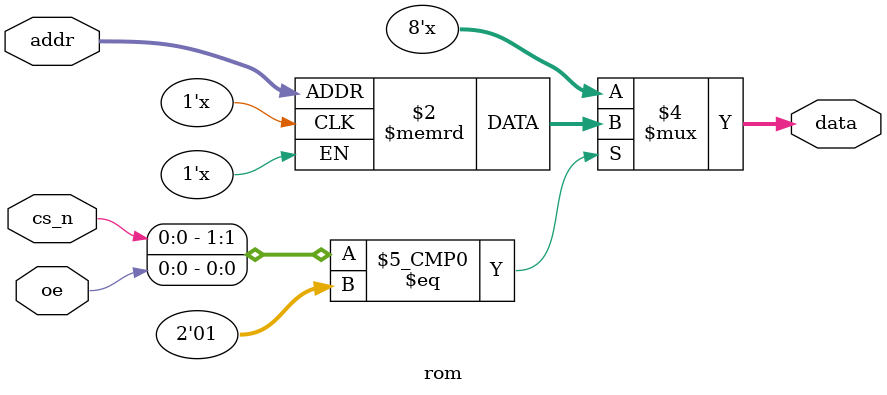
<source format=v>
`timescale 1ns/1ps
module rom
    #(parameter Width = 8,
    parameter Depth = 5)(
    input oe,
    input cs_n,
    input [Depth-1:0] addr,
    output reg [Width-1:0] data
);

reg [Width-1:0] memory [0:2**Depth-1];


always @(*) begin
    case ({cs_n, oe})
        2'b01: data <= memory[addr];
        default: data <= 'bz;
    endcase
end

endmodule

</source>
